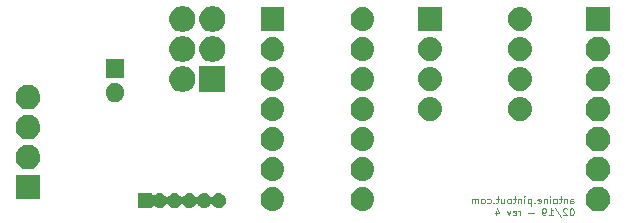
<source format=gbs>
G04 #@! TF.GenerationSoftware,KiCad,Pcbnew,5.0.2-bee76a0~70~ubuntu18.04.1*
G04 #@! TF.CreationDate,2019-03-01T14:38:36+01:00*
G04 #@! TF.ProjectId,skewboards,736b6577-626f-4617-9264-732e6b696361,rev?*
G04 #@! TF.SameCoordinates,Original*
G04 #@! TF.FileFunction,Soldermask,Bot*
G04 #@! TF.FilePolarity,Negative*
%FSLAX46Y46*%
G04 Gerber Fmt 4.6, Leading zero omitted, Abs format (unit mm)*
G04 Created by KiCad (PCBNEW 5.0.2-bee76a0~70~ubuntu18.04.1) date ven. 01 mars 2019 14:38:36 CET*
%MOMM*%
%LPD*%
G01*
G04 APERTURE LIST*
%ADD10C,0.120000*%
%ADD11C,0.100000*%
G04 APERTURE END LIST*
D10*
X100487000Y-44211428D02*
X100487000Y-43897142D01*
X100515571Y-43840000D01*
X100572714Y-43811428D01*
X100687000Y-43811428D01*
X100744142Y-43840000D01*
X100487000Y-44182857D02*
X100544142Y-44211428D01*
X100687000Y-44211428D01*
X100744142Y-44182857D01*
X100772714Y-44125714D01*
X100772714Y-44068571D01*
X100744142Y-44011428D01*
X100687000Y-43982857D01*
X100544142Y-43982857D01*
X100487000Y-43954285D01*
X100201285Y-43811428D02*
X100201285Y-44211428D01*
X100201285Y-43868571D02*
X100172714Y-43840000D01*
X100115571Y-43811428D01*
X100029857Y-43811428D01*
X99972714Y-43840000D01*
X99944142Y-43897142D01*
X99944142Y-44211428D01*
X99744142Y-43811428D02*
X99515571Y-43811428D01*
X99658428Y-43611428D02*
X99658428Y-44125714D01*
X99629857Y-44182857D01*
X99572714Y-44211428D01*
X99515571Y-44211428D01*
X99229857Y-44211428D02*
X99287000Y-44182857D01*
X99315571Y-44154285D01*
X99344142Y-44097142D01*
X99344142Y-43925714D01*
X99315571Y-43868571D01*
X99287000Y-43840000D01*
X99229857Y-43811428D01*
X99144142Y-43811428D01*
X99087000Y-43840000D01*
X99058428Y-43868571D01*
X99029857Y-43925714D01*
X99029857Y-44097142D01*
X99058428Y-44154285D01*
X99087000Y-44182857D01*
X99144142Y-44211428D01*
X99229857Y-44211428D01*
X98772714Y-44211428D02*
X98772714Y-43811428D01*
X98772714Y-43611428D02*
X98801285Y-43640000D01*
X98772714Y-43668571D01*
X98744142Y-43640000D01*
X98772714Y-43611428D01*
X98772714Y-43668571D01*
X98487000Y-43811428D02*
X98487000Y-44211428D01*
X98487000Y-43868571D02*
X98458428Y-43840000D01*
X98401285Y-43811428D01*
X98315571Y-43811428D01*
X98258428Y-43840000D01*
X98229857Y-43897142D01*
X98229857Y-44211428D01*
X97715571Y-44182857D02*
X97772714Y-44211428D01*
X97887000Y-44211428D01*
X97944142Y-44182857D01*
X97972714Y-44125714D01*
X97972714Y-43897142D01*
X97944142Y-43840000D01*
X97887000Y-43811428D01*
X97772714Y-43811428D01*
X97715571Y-43840000D01*
X97687000Y-43897142D01*
X97687000Y-43954285D01*
X97972714Y-44011428D01*
X97429857Y-44154285D02*
X97401285Y-44182857D01*
X97429857Y-44211428D01*
X97458428Y-44182857D01*
X97429857Y-44154285D01*
X97429857Y-44211428D01*
X97144142Y-43811428D02*
X97144142Y-44411428D01*
X97144142Y-43840000D02*
X97087000Y-43811428D01*
X96972714Y-43811428D01*
X96915571Y-43840000D01*
X96887000Y-43868571D01*
X96858428Y-43925714D01*
X96858428Y-44097142D01*
X96887000Y-44154285D01*
X96915571Y-44182857D01*
X96972714Y-44211428D01*
X97087000Y-44211428D01*
X97144142Y-44182857D01*
X96601285Y-44211428D02*
X96601285Y-43811428D01*
X96601285Y-43611428D02*
X96629857Y-43640000D01*
X96601285Y-43668571D01*
X96572714Y-43640000D01*
X96601285Y-43611428D01*
X96601285Y-43668571D01*
X96315571Y-43811428D02*
X96315571Y-44211428D01*
X96315571Y-43868571D02*
X96287000Y-43840000D01*
X96229857Y-43811428D01*
X96144142Y-43811428D01*
X96087000Y-43840000D01*
X96058428Y-43897142D01*
X96058428Y-44211428D01*
X95858428Y-43811428D02*
X95629857Y-43811428D01*
X95772714Y-43611428D02*
X95772714Y-44125714D01*
X95744142Y-44182857D01*
X95687000Y-44211428D01*
X95629857Y-44211428D01*
X95344142Y-44211428D02*
X95401285Y-44182857D01*
X95429857Y-44154285D01*
X95458428Y-44097142D01*
X95458428Y-43925714D01*
X95429857Y-43868571D01*
X95401285Y-43840000D01*
X95344142Y-43811428D01*
X95258428Y-43811428D01*
X95201285Y-43840000D01*
X95172714Y-43868571D01*
X95144142Y-43925714D01*
X95144142Y-44097142D01*
X95172714Y-44154285D01*
X95201285Y-44182857D01*
X95258428Y-44211428D01*
X95344142Y-44211428D01*
X94629857Y-43811428D02*
X94629857Y-44211428D01*
X94887000Y-43811428D02*
X94887000Y-44125714D01*
X94858428Y-44182857D01*
X94801285Y-44211428D01*
X94715571Y-44211428D01*
X94658428Y-44182857D01*
X94629857Y-44154285D01*
X94429857Y-43811428D02*
X94201285Y-43811428D01*
X94344142Y-43611428D02*
X94344142Y-44125714D01*
X94315571Y-44182857D01*
X94258428Y-44211428D01*
X94201285Y-44211428D01*
X94001285Y-44154285D02*
X93972714Y-44182857D01*
X94001285Y-44211428D01*
X94029857Y-44182857D01*
X94001285Y-44154285D01*
X94001285Y-44211428D01*
X93458428Y-44182857D02*
X93515571Y-44211428D01*
X93629857Y-44211428D01*
X93687000Y-44182857D01*
X93715571Y-44154285D01*
X93744142Y-44097142D01*
X93744142Y-43925714D01*
X93715571Y-43868571D01*
X93687000Y-43840000D01*
X93629857Y-43811428D01*
X93515571Y-43811428D01*
X93458428Y-43840000D01*
X93115571Y-44211428D02*
X93172714Y-44182857D01*
X93201285Y-44154285D01*
X93229857Y-44097142D01*
X93229857Y-43925714D01*
X93201285Y-43868571D01*
X93172714Y-43840000D01*
X93115571Y-43811428D01*
X93029857Y-43811428D01*
X92972714Y-43840000D01*
X92944142Y-43868571D01*
X92915571Y-43925714D01*
X92915571Y-44097142D01*
X92944142Y-44154285D01*
X92972714Y-44182857D01*
X93029857Y-44211428D01*
X93115571Y-44211428D01*
X92658428Y-44211428D02*
X92658428Y-43811428D01*
X92658428Y-43868571D02*
X92629857Y-43840000D01*
X92572714Y-43811428D01*
X92487000Y-43811428D01*
X92429857Y-43840000D01*
X92401285Y-43897142D01*
X92401285Y-44211428D01*
X92401285Y-43897142D02*
X92372714Y-43840000D01*
X92315571Y-43811428D01*
X92229857Y-43811428D01*
X92172714Y-43840000D01*
X92144142Y-43897142D01*
X92144142Y-44211428D01*
X100629857Y-44631428D02*
X100572714Y-44631428D01*
X100515571Y-44660000D01*
X100487000Y-44688571D01*
X100458428Y-44745714D01*
X100429857Y-44860000D01*
X100429857Y-45002857D01*
X100458428Y-45117142D01*
X100487000Y-45174285D01*
X100515571Y-45202857D01*
X100572714Y-45231428D01*
X100629857Y-45231428D01*
X100687000Y-45202857D01*
X100715571Y-45174285D01*
X100744142Y-45117142D01*
X100772714Y-45002857D01*
X100772714Y-44860000D01*
X100744142Y-44745714D01*
X100715571Y-44688571D01*
X100687000Y-44660000D01*
X100629857Y-44631428D01*
X100201285Y-44688571D02*
X100172714Y-44660000D01*
X100115571Y-44631428D01*
X99972714Y-44631428D01*
X99915571Y-44660000D01*
X99887000Y-44688571D01*
X99858428Y-44745714D01*
X99858428Y-44802857D01*
X99887000Y-44888571D01*
X100229857Y-45231428D01*
X99858428Y-45231428D01*
X99172714Y-44602857D02*
X99687000Y-45374285D01*
X98658428Y-45231428D02*
X99001285Y-45231428D01*
X98829857Y-45231428D02*
X98829857Y-44631428D01*
X98887000Y-44717142D01*
X98944142Y-44774285D01*
X99001285Y-44802857D01*
X98372714Y-45231428D02*
X98258428Y-45231428D01*
X98201285Y-45202857D01*
X98172714Y-45174285D01*
X98115571Y-45088571D01*
X98087000Y-44974285D01*
X98087000Y-44745714D01*
X98115571Y-44688571D01*
X98144142Y-44660000D01*
X98201285Y-44631428D01*
X98315571Y-44631428D01*
X98372714Y-44660000D01*
X98401285Y-44688571D01*
X98429857Y-44745714D01*
X98429857Y-44888571D01*
X98401285Y-44945714D01*
X98372714Y-44974285D01*
X98315571Y-45002857D01*
X98201285Y-45002857D01*
X98144142Y-44974285D01*
X98115571Y-44945714D01*
X98087000Y-44888571D01*
X97429857Y-45031428D02*
X96915571Y-45031428D01*
X96229857Y-45231428D02*
X96229857Y-44831428D01*
X96229857Y-44945714D02*
X96201285Y-44888571D01*
X96172714Y-44860000D01*
X96115571Y-44831428D01*
X96058428Y-44831428D01*
X95629857Y-45202857D02*
X95687000Y-45231428D01*
X95801285Y-45231428D01*
X95858428Y-45202857D01*
X95887000Y-45145714D01*
X95887000Y-44917142D01*
X95858428Y-44860000D01*
X95801285Y-44831428D01*
X95687000Y-44831428D01*
X95629857Y-44860000D01*
X95601285Y-44917142D01*
X95601285Y-44974285D01*
X95887000Y-45031428D01*
X95401285Y-44831428D02*
X95258428Y-45231428D01*
X95115571Y-44831428D01*
X94172714Y-44831428D02*
X94172714Y-45231428D01*
X94315571Y-44602857D02*
X94458428Y-45031428D01*
X94087000Y-45031428D01*
D11*
G36*
X102952707Y-42809597D02*
X103029836Y-42817193D01*
X103161787Y-42857220D01*
X103227763Y-42877233D01*
X103410172Y-42974733D01*
X103570054Y-43105946D01*
X103701267Y-43265828D01*
X103798767Y-43448237D01*
X103812507Y-43493533D01*
X103858807Y-43646164D01*
X103879080Y-43852000D01*
X103858807Y-44057836D01*
X103827421Y-44161303D01*
X103798767Y-44255763D01*
X103701267Y-44438172D01*
X103570054Y-44598054D01*
X103410172Y-44729267D01*
X103227763Y-44826767D01*
X103192281Y-44837530D01*
X103029836Y-44886807D01*
X102952707Y-44894403D01*
X102875580Y-44902000D01*
X102772420Y-44902000D01*
X102695293Y-44894403D01*
X102618164Y-44886807D01*
X102455719Y-44837530D01*
X102420237Y-44826767D01*
X102237828Y-44729267D01*
X102077946Y-44598054D01*
X101946733Y-44438172D01*
X101849233Y-44255763D01*
X101820579Y-44161303D01*
X101789193Y-44057836D01*
X101768920Y-43852000D01*
X101789193Y-43646164D01*
X101835493Y-43493533D01*
X101849233Y-43448237D01*
X101946733Y-43265828D01*
X102077946Y-43105946D01*
X102237828Y-42974733D01*
X102420237Y-42877233D01*
X102486213Y-42857220D01*
X102618164Y-42817193D01*
X102695293Y-42809597D01*
X102772420Y-42802000D01*
X102875580Y-42802000D01*
X102952707Y-42809597D01*
X102952707Y-42809597D01*
G37*
G36*
X83081030Y-42866469D02*
X83081033Y-42866470D01*
X83081034Y-42866470D01*
X83269535Y-42923651D01*
X83269537Y-42923652D01*
X83443260Y-43016509D01*
X83595528Y-43141472D01*
X83720491Y-43293740D01*
X83813348Y-43467463D01*
X83813349Y-43467465D01*
X83869571Y-43652804D01*
X83870531Y-43655970D01*
X83889838Y-43852000D01*
X83870531Y-44048030D01*
X83870530Y-44048033D01*
X83870530Y-44048034D01*
X83867557Y-44057836D01*
X83813348Y-44236537D01*
X83720491Y-44410260D01*
X83595528Y-44562528D01*
X83443260Y-44687491D01*
X83443258Y-44687492D01*
X83269535Y-44780349D01*
X83081034Y-44837530D01*
X83081033Y-44837530D01*
X83081030Y-44837531D01*
X82934124Y-44852000D01*
X82835876Y-44852000D01*
X82688970Y-44837531D01*
X82688967Y-44837530D01*
X82688966Y-44837530D01*
X82500465Y-44780349D01*
X82326742Y-44687492D01*
X82326740Y-44687491D01*
X82174472Y-44562528D01*
X82049509Y-44410260D01*
X81956652Y-44236537D01*
X81902444Y-44057836D01*
X81899470Y-44048034D01*
X81899470Y-44048033D01*
X81899469Y-44048030D01*
X81880162Y-43852000D01*
X81899469Y-43655970D01*
X81900429Y-43652804D01*
X81956651Y-43467465D01*
X81956652Y-43467463D01*
X82049509Y-43293740D01*
X82174472Y-43141472D01*
X82326740Y-43016509D01*
X82500463Y-42923652D01*
X82500465Y-42923651D01*
X82688966Y-42866470D01*
X82688967Y-42866470D01*
X82688970Y-42866469D01*
X82835876Y-42852000D01*
X82934124Y-42852000D01*
X83081030Y-42866469D01*
X83081030Y-42866469D01*
G37*
G36*
X75461030Y-42866469D02*
X75461033Y-42866470D01*
X75461034Y-42866470D01*
X75649535Y-42923651D01*
X75649537Y-42923652D01*
X75823260Y-43016509D01*
X75975528Y-43141472D01*
X76100491Y-43293740D01*
X76193348Y-43467463D01*
X76193349Y-43467465D01*
X76249571Y-43652804D01*
X76250531Y-43655970D01*
X76269838Y-43852000D01*
X76250531Y-44048030D01*
X76250530Y-44048033D01*
X76250530Y-44048034D01*
X76247557Y-44057836D01*
X76193348Y-44236537D01*
X76100491Y-44410260D01*
X75975528Y-44562528D01*
X75823260Y-44687491D01*
X75823258Y-44687492D01*
X75649535Y-44780349D01*
X75461034Y-44837530D01*
X75461033Y-44837530D01*
X75461030Y-44837531D01*
X75314124Y-44852000D01*
X75215876Y-44852000D01*
X75068970Y-44837531D01*
X75068967Y-44837530D01*
X75068966Y-44837530D01*
X74880465Y-44780349D01*
X74706742Y-44687492D01*
X74706740Y-44687491D01*
X74554472Y-44562528D01*
X74429509Y-44410260D01*
X74336652Y-44236537D01*
X74282444Y-44057836D01*
X74279470Y-44048034D01*
X74279470Y-44048033D01*
X74279469Y-44048030D01*
X74260162Y-43852000D01*
X74279469Y-43655970D01*
X74280429Y-43652804D01*
X74336651Y-43467465D01*
X74336652Y-43467463D01*
X74429509Y-43293740D01*
X74554472Y-43141472D01*
X74706740Y-43016509D01*
X74880463Y-42923652D01*
X74880465Y-42923651D01*
X75068966Y-42866470D01*
X75068967Y-42866470D01*
X75068970Y-42866469D01*
X75215876Y-42852000D01*
X75314124Y-42852000D01*
X75461030Y-42866469D01*
X75461030Y-42866469D01*
G37*
G36*
X65095000Y-43418340D02*
X65097402Y-43442726D01*
X65104515Y-43466175D01*
X65116066Y-43487786D01*
X65131612Y-43506728D01*
X65150554Y-43522274D01*
X65172165Y-43533825D01*
X65195614Y-43540938D01*
X65220000Y-43543340D01*
X65244386Y-43540938D01*
X65267835Y-43533825D01*
X65289446Y-43522274D01*
X65308388Y-43506728D01*
X65321583Y-43493533D01*
X65330184Y-43487786D01*
X65423952Y-43425132D01*
X65537694Y-43378019D01*
X65537695Y-43378019D01*
X65537697Y-43378018D01*
X65658441Y-43354000D01*
X65781559Y-43354000D01*
X65902303Y-43378018D01*
X65902305Y-43378019D01*
X65902306Y-43378019D01*
X66016048Y-43425132D01*
X66109816Y-43487786D01*
X66118417Y-43493533D01*
X66205467Y-43580583D01*
X66241066Y-43633861D01*
X66256611Y-43652803D01*
X66275553Y-43668348D01*
X66297164Y-43679900D01*
X66320613Y-43687013D01*
X66345000Y-43689415D01*
X66369386Y-43687013D01*
X66392835Y-43679900D01*
X66414446Y-43668349D01*
X66433388Y-43652804D01*
X66448934Y-43633861D01*
X66484533Y-43580583D01*
X66571583Y-43493533D01*
X66580184Y-43487786D01*
X66673952Y-43425132D01*
X66787694Y-43378019D01*
X66787695Y-43378019D01*
X66787697Y-43378018D01*
X66908441Y-43354000D01*
X67031559Y-43354000D01*
X67152303Y-43378018D01*
X67152305Y-43378019D01*
X67152306Y-43378019D01*
X67266048Y-43425132D01*
X67359816Y-43487786D01*
X67368417Y-43493533D01*
X67455467Y-43580583D01*
X67491066Y-43633861D01*
X67506611Y-43652803D01*
X67525553Y-43668348D01*
X67547164Y-43679900D01*
X67570613Y-43687013D01*
X67595000Y-43689415D01*
X67619386Y-43687013D01*
X67642835Y-43679900D01*
X67664446Y-43668349D01*
X67683388Y-43652804D01*
X67698934Y-43633861D01*
X67734533Y-43580583D01*
X67821583Y-43493533D01*
X67830184Y-43487786D01*
X67923952Y-43425132D01*
X68037694Y-43378019D01*
X68037695Y-43378019D01*
X68037697Y-43378018D01*
X68158441Y-43354000D01*
X68281559Y-43354000D01*
X68402303Y-43378018D01*
X68402305Y-43378019D01*
X68402306Y-43378019D01*
X68516048Y-43425132D01*
X68609816Y-43487786D01*
X68618417Y-43493533D01*
X68705467Y-43580583D01*
X68741066Y-43633861D01*
X68756611Y-43652803D01*
X68775553Y-43668348D01*
X68797164Y-43679900D01*
X68820613Y-43687013D01*
X68845000Y-43689415D01*
X68869386Y-43687013D01*
X68892835Y-43679900D01*
X68914446Y-43668349D01*
X68933388Y-43652804D01*
X68948934Y-43633861D01*
X68984533Y-43580583D01*
X69071583Y-43493533D01*
X69080184Y-43487786D01*
X69173952Y-43425132D01*
X69287694Y-43378019D01*
X69287695Y-43378019D01*
X69287697Y-43378018D01*
X69408441Y-43354000D01*
X69531559Y-43354000D01*
X69652303Y-43378018D01*
X69652305Y-43378019D01*
X69652306Y-43378019D01*
X69766048Y-43425132D01*
X69859816Y-43487786D01*
X69868417Y-43493533D01*
X69955467Y-43580583D01*
X69991066Y-43633861D01*
X70006611Y-43652803D01*
X70025553Y-43668348D01*
X70047164Y-43679900D01*
X70070613Y-43687013D01*
X70095000Y-43689415D01*
X70119386Y-43687013D01*
X70142835Y-43679900D01*
X70164446Y-43668349D01*
X70183388Y-43652804D01*
X70198934Y-43633861D01*
X70234533Y-43580583D01*
X70321583Y-43493533D01*
X70330184Y-43487786D01*
X70423952Y-43425132D01*
X70537694Y-43378019D01*
X70537695Y-43378019D01*
X70537697Y-43378018D01*
X70658441Y-43354000D01*
X70781559Y-43354000D01*
X70902303Y-43378018D01*
X70902305Y-43378019D01*
X70902306Y-43378019D01*
X71016048Y-43425132D01*
X71109816Y-43487786D01*
X71118417Y-43493533D01*
X71205467Y-43580583D01*
X71205469Y-43580586D01*
X71273868Y-43682952D01*
X71320981Y-43796694D01*
X71320982Y-43796697D01*
X71345000Y-43917441D01*
X71345000Y-44040559D01*
X71341564Y-44057834D01*
X71320981Y-44161306D01*
X71273868Y-44275048D01*
X71253723Y-44305197D01*
X71205467Y-44377417D01*
X71118417Y-44464467D01*
X71118414Y-44464469D01*
X71016048Y-44532868D01*
X70902306Y-44579981D01*
X70902305Y-44579981D01*
X70902303Y-44579982D01*
X70781559Y-44604000D01*
X70658441Y-44604000D01*
X70537697Y-44579982D01*
X70537695Y-44579981D01*
X70537694Y-44579981D01*
X70423952Y-44532868D01*
X70321586Y-44464469D01*
X70321583Y-44464467D01*
X70234533Y-44377417D01*
X70198934Y-44324139D01*
X70183389Y-44305197D01*
X70164447Y-44289652D01*
X70142836Y-44278100D01*
X70119387Y-44270987D01*
X70095000Y-44268585D01*
X70070614Y-44270987D01*
X70047165Y-44278100D01*
X70025554Y-44289651D01*
X70006612Y-44305196D01*
X69991066Y-44324139D01*
X69955467Y-44377417D01*
X69868417Y-44464467D01*
X69868414Y-44464469D01*
X69766048Y-44532868D01*
X69652306Y-44579981D01*
X69652305Y-44579981D01*
X69652303Y-44579982D01*
X69531559Y-44604000D01*
X69408441Y-44604000D01*
X69287697Y-44579982D01*
X69287695Y-44579981D01*
X69287694Y-44579981D01*
X69173952Y-44532868D01*
X69071586Y-44464469D01*
X69071583Y-44464467D01*
X68984533Y-44377417D01*
X68948934Y-44324139D01*
X68933389Y-44305197D01*
X68914447Y-44289652D01*
X68892836Y-44278100D01*
X68869387Y-44270987D01*
X68845000Y-44268585D01*
X68820614Y-44270987D01*
X68797165Y-44278100D01*
X68775554Y-44289651D01*
X68756612Y-44305196D01*
X68741066Y-44324139D01*
X68705467Y-44377417D01*
X68618417Y-44464467D01*
X68618414Y-44464469D01*
X68516048Y-44532868D01*
X68402306Y-44579981D01*
X68402305Y-44579981D01*
X68402303Y-44579982D01*
X68281559Y-44604000D01*
X68158441Y-44604000D01*
X68037697Y-44579982D01*
X68037695Y-44579981D01*
X68037694Y-44579981D01*
X67923952Y-44532868D01*
X67821586Y-44464469D01*
X67821583Y-44464467D01*
X67734533Y-44377417D01*
X67698934Y-44324139D01*
X67683389Y-44305197D01*
X67664447Y-44289652D01*
X67642836Y-44278100D01*
X67619387Y-44270987D01*
X67595000Y-44268585D01*
X67570614Y-44270987D01*
X67547165Y-44278100D01*
X67525554Y-44289651D01*
X67506612Y-44305196D01*
X67491066Y-44324139D01*
X67455467Y-44377417D01*
X67368417Y-44464467D01*
X67368414Y-44464469D01*
X67266048Y-44532868D01*
X67152306Y-44579981D01*
X67152305Y-44579981D01*
X67152303Y-44579982D01*
X67031559Y-44604000D01*
X66908441Y-44604000D01*
X66787697Y-44579982D01*
X66787695Y-44579981D01*
X66787694Y-44579981D01*
X66673952Y-44532868D01*
X66571586Y-44464469D01*
X66571583Y-44464467D01*
X66484533Y-44377417D01*
X66448934Y-44324139D01*
X66433389Y-44305197D01*
X66414447Y-44289652D01*
X66392836Y-44278100D01*
X66369387Y-44270987D01*
X66345000Y-44268585D01*
X66320614Y-44270987D01*
X66297165Y-44278100D01*
X66275554Y-44289651D01*
X66256612Y-44305196D01*
X66241066Y-44324139D01*
X66205467Y-44377417D01*
X66118417Y-44464467D01*
X66118414Y-44464469D01*
X66016048Y-44532868D01*
X65902306Y-44579981D01*
X65902305Y-44579981D01*
X65902303Y-44579982D01*
X65781559Y-44604000D01*
X65658441Y-44604000D01*
X65537697Y-44579982D01*
X65537695Y-44579981D01*
X65537694Y-44579981D01*
X65423952Y-44532868D01*
X65321586Y-44464469D01*
X65321583Y-44464467D01*
X65308388Y-44451272D01*
X65289446Y-44435726D01*
X65267835Y-44424175D01*
X65244386Y-44417062D01*
X65220000Y-44414660D01*
X65195614Y-44417062D01*
X65172165Y-44424175D01*
X65150554Y-44435726D01*
X65131612Y-44451272D01*
X65116066Y-44470214D01*
X65104515Y-44491825D01*
X65097402Y-44515274D01*
X65095000Y-44539660D01*
X65095000Y-44604000D01*
X63845000Y-44604000D01*
X63845000Y-43354000D01*
X65095000Y-43354000D01*
X65095000Y-43418340D01*
X65095000Y-43418340D01*
G37*
G36*
X55614000Y-43886000D02*
X53514000Y-43886000D01*
X53514000Y-41786000D01*
X55614000Y-41786000D01*
X55614000Y-43886000D01*
X55614000Y-43886000D01*
G37*
G36*
X102952707Y-40269597D02*
X103029836Y-40277193D01*
X103161787Y-40317220D01*
X103227763Y-40337233D01*
X103410172Y-40434733D01*
X103570054Y-40565946D01*
X103701267Y-40725828D01*
X103798767Y-40908237D01*
X103818780Y-40974213D01*
X103858807Y-41106164D01*
X103879080Y-41312000D01*
X103858807Y-41517836D01*
X103818780Y-41649787D01*
X103798767Y-41715763D01*
X103701267Y-41898172D01*
X103570054Y-42058054D01*
X103410172Y-42189267D01*
X103227763Y-42286767D01*
X103192281Y-42297530D01*
X103029836Y-42346807D01*
X102952707Y-42354403D01*
X102875580Y-42362000D01*
X102772420Y-42362000D01*
X102695293Y-42354403D01*
X102618164Y-42346807D01*
X102455719Y-42297530D01*
X102420237Y-42286767D01*
X102237828Y-42189267D01*
X102077946Y-42058054D01*
X101946733Y-41898172D01*
X101849233Y-41715763D01*
X101829220Y-41649787D01*
X101789193Y-41517836D01*
X101768920Y-41312000D01*
X101789193Y-41106164D01*
X101829220Y-40974213D01*
X101849233Y-40908237D01*
X101946733Y-40725828D01*
X102077946Y-40565946D01*
X102237828Y-40434733D01*
X102420237Y-40337233D01*
X102486213Y-40317220D01*
X102618164Y-40277193D01*
X102695293Y-40269597D01*
X102772420Y-40262000D01*
X102875580Y-40262000D01*
X102952707Y-40269597D01*
X102952707Y-40269597D01*
G37*
G36*
X83081030Y-40326469D02*
X83081033Y-40326470D01*
X83081034Y-40326470D01*
X83269535Y-40383651D01*
X83269537Y-40383652D01*
X83443260Y-40476509D01*
X83595528Y-40601472D01*
X83720491Y-40753740D01*
X83720492Y-40753742D01*
X83813349Y-40927465D01*
X83867557Y-41106166D01*
X83870531Y-41115970D01*
X83889838Y-41312000D01*
X83870531Y-41508030D01*
X83870530Y-41508033D01*
X83870530Y-41508034D01*
X83867557Y-41517836D01*
X83813348Y-41696537D01*
X83720491Y-41870260D01*
X83595528Y-42022528D01*
X83443260Y-42147491D01*
X83443258Y-42147492D01*
X83269535Y-42240349D01*
X83081034Y-42297530D01*
X83081033Y-42297530D01*
X83081030Y-42297531D01*
X82934124Y-42312000D01*
X82835876Y-42312000D01*
X82688970Y-42297531D01*
X82688967Y-42297530D01*
X82688966Y-42297530D01*
X82500465Y-42240349D01*
X82326742Y-42147492D01*
X82326740Y-42147491D01*
X82174472Y-42022528D01*
X82049509Y-41870260D01*
X81956652Y-41696537D01*
X81902444Y-41517836D01*
X81899470Y-41508034D01*
X81899470Y-41508033D01*
X81899469Y-41508030D01*
X81880162Y-41312000D01*
X81899469Y-41115970D01*
X81902443Y-41106166D01*
X81956651Y-40927465D01*
X82049508Y-40753742D01*
X82049509Y-40753740D01*
X82174472Y-40601472D01*
X82326740Y-40476509D01*
X82500463Y-40383652D01*
X82500465Y-40383651D01*
X82688966Y-40326470D01*
X82688967Y-40326470D01*
X82688970Y-40326469D01*
X82835876Y-40312000D01*
X82934124Y-40312000D01*
X83081030Y-40326469D01*
X83081030Y-40326469D01*
G37*
G36*
X75461030Y-40326469D02*
X75461033Y-40326470D01*
X75461034Y-40326470D01*
X75649535Y-40383651D01*
X75649537Y-40383652D01*
X75823260Y-40476509D01*
X75975528Y-40601472D01*
X76100491Y-40753740D01*
X76100492Y-40753742D01*
X76193349Y-40927465D01*
X76247557Y-41106166D01*
X76250531Y-41115970D01*
X76269838Y-41312000D01*
X76250531Y-41508030D01*
X76250530Y-41508033D01*
X76250530Y-41508034D01*
X76247557Y-41517836D01*
X76193348Y-41696537D01*
X76100491Y-41870260D01*
X75975528Y-42022528D01*
X75823260Y-42147491D01*
X75823258Y-42147492D01*
X75649535Y-42240349D01*
X75461034Y-42297530D01*
X75461033Y-42297530D01*
X75461030Y-42297531D01*
X75314124Y-42312000D01*
X75215876Y-42312000D01*
X75068970Y-42297531D01*
X75068967Y-42297530D01*
X75068966Y-42297530D01*
X74880465Y-42240349D01*
X74706742Y-42147492D01*
X74706740Y-42147491D01*
X74554472Y-42022528D01*
X74429509Y-41870260D01*
X74336652Y-41696537D01*
X74282444Y-41517836D01*
X74279470Y-41508034D01*
X74279470Y-41508033D01*
X74279469Y-41508030D01*
X74260162Y-41312000D01*
X74279469Y-41115970D01*
X74282443Y-41106166D01*
X74336651Y-40927465D01*
X74429508Y-40753742D01*
X74429509Y-40753740D01*
X74554472Y-40601472D01*
X74706740Y-40476509D01*
X74880463Y-40383652D01*
X74880465Y-40383651D01*
X75068966Y-40326470D01*
X75068967Y-40326470D01*
X75068970Y-40326469D01*
X75215876Y-40312000D01*
X75314124Y-40312000D01*
X75461030Y-40326469D01*
X75461030Y-40326469D01*
G37*
G36*
X54692707Y-39253596D02*
X54769836Y-39261193D01*
X54901787Y-39301220D01*
X54967763Y-39321233D01*
X55150172Y-39418733D01*
X55310054Y-39549946D01*
X55441267Y-39709828D01*
X55538767Y-39892237D01*
X55538767Y-39892238D01*
X55598807Y-40090164D01*
X55619080Y-40296000D01*
X55598807Y-40501836D01*
X55568583Y-40601472D01*
X55538767Y-40699763D01*
X55441267Y-40882172D01*
X55310054Y-41042054D01*
X55150172Y-41173267D01*
X54967763Y-41270767D01*
X54901787Y-41290780D01*
X54769836Y-41330807D01*
X54692707Y-41338404D01*
X54615580Y-41346000D01*
X54512420Y-41346000D01*
X54435293Y-41338404D01*
X54358164Y-41330807D01*
X54226213Y-41290780D01*
X54160237Y-41270767D01*
X53977828Y-41173267D01*
X53817946Y-41042054D01*
X53686733Y-40882172D01*
X53589233Y-40699763D01*
X53559417Y-40601472D01*
X53529193Y-40501836D01*
X53508920Y-40296000D01*
X53529193Y-40090164D01*
X53589233Y-39892238D01*
X53589233Y-39892237D01*
X53686733Y-39709828D01*
X53817946Y-39549946D01*
X53977828Y-39418733D01*
X54160237Y-39321233D01*
X54226213Y-39301220D01*
X54358164Y-39261193D01*
X54435293Y-39253596D01*
X54512420Y-39246000D01*
X54615580Y-39246000D01*
X54692707Y-39253596D01*
X54692707Y-39253596D01*
G37*
G36*
X102952707Y-37729596D02*
X103029836Y-37737193D01*
X103161787Y-37777220D01*
X103227763Y-37797233D01*
X103410172Y-37894733D01*
X103570054Y-38025946D01*
X103701267Y-38185828D01*
X103798767Y-38368237D01*
X103818780Y-38434213D01*
X103858807Y-38566164D01*
X103879080Y-38772000D01*
X103858807Y-38977836D01*
X103818780Y-39109787D01*
X103798767Y-39175763D01*
X103701267Y-39358172D01*
X103570054Y-39518054D01*
X103410172Y-39649267D01*
X103227763Y-39746767D01*
X103192281Y-39757530D01*
X103029836Y-39806807D01*
X102952707Y-39814403D01*
X102875580Y-39822000D01*
X102772420Y-39822000D01*
X102695293Y-39814403D01*
X102618164Y-39806807D01*
X102455719Y-39757530D01*
X102420237Y-39746767D01*
X102237828Y-39649267D01*
X102077946Y-39518054D01*
X101946733Y-39358172D01*
X101849233Y-39175763D01*
X101829220Y-39109787D01*
X101789193Y-38977836D01*
X101768920Y-38772000D01*
X101789193Y-38566164D01*
X101829220Y-38434213D01*
X101849233Y-38368237D01*
X101946733Y-38185828D01*
X102077946Y-38025946D01*
X102237828Y-37894733D01*
X102420237Y-37797233D01*
X102486213Y-37777220D01*
X102618164Y-37737193D01*
X102695293Y-37729596D01*
X102772420Y-37722000D01*
X102875580Y-37722000D01*
X102952707Y-37729596D01*
X102952707Y-37729596D01*
G37*
G36*
X83081030Y-37786469D02*
X83081033Y-37786470D01*
X83081034Y-37786470D01*
X83269535Y-37843651D01*
X83269537Y-37843652D01*
X83443260Y-37936509D01*
X83595528Y-38061472D01*
X83720491Y-38213740D01*
X83720492Y-38213742D01*
X83813349Y-38387465D01*
X83867557Y-38566166D01*
X83870531Y-38575970D01*
X83889838Y-38772000D01*
X83870531Y-38968030D01*
X83870530Y-38968033D01*
X83870530Y-38968034D01*
X83867557Y-38977836D01*
X83813348Y-39156537D01*
X83720491Y-39330260D01*
X83595528Y-39482528D01*
X83443260Y-39607491D01*
X83443258Y-39607492D01*
X83269535Y-39700349D01*
X83081034Y-39757530D01*
X83081033Y-39757530D01*
X83081030Y-39757531D01*
X82934124Y-39772000D01*
X82835876Y-39772000D01*
X82688970Y-39757531D01*
X82688967Y-39757530D01*
X82688966Y-39757530D01*
X82500465Y-39700349D01*
X82326742Y-39607492D01*
X82326740Y-39607491D01*
X82174472Y-39482528D01*
X82049509Y-39330260D01*
X81956652Y-39156537D01*
X81902444Y-38977836D01*
X81899470Y-38968034D01*
X81899470Y-38968033D01*
X81899469Y-38968030D01*
X81880162Y-38772000D01*
X81899469Y-38575970D01*
X81902443Y-38566166D01*
X81956651Y-38387465D01*
X82049508Y-38213742D01*
X82049509Y-38213740D01*
X82174472Y-38061472D01*
X82326740Y-37936509D01*
X82500463Y-37843652D01*
X82500465Y-37843651D01*
X82688966Y-37786470D01*
X82688967Y-37786470D01*
X82688970Y-37786469D01*
X82835876Y-37772000D01*
X82934124Y-37772000D01*
X83081030Y-37786469D01*
X83081030Y-37786469D01*
G37*
G36*
X75461030Y-37786469D02*
X75461033Y-37786470D01*
X75461034Y-37786470D01*
X75649535Y-37843651D01*
X75649537Y-37843652D01*
X75823260Y-37936509D01*
X75975528Y-38061472D01*
X76100491Y-38213740D01*
X76100492Y-38213742D01*
X76193349Y-38387465D01*
X76247557Y-38566166D01*
X76250531Y-38575970D01*
X76269838Y-38772000D01*
X76250531Y-38968030D01*
X76250530Y-38968033D01*
X76250530Y-38968034D01*
X76247557Y-38977836D01*
X76193348Y-39156537D01*
X76100491Y-39330260D01*
X75975528Y-39482528D01*
X75823260Y-39607491D01*
X75823258Y-39607492D01*
X75649535Y-39700349D01*
X75461034Y-39757530D01*
X75461033Y-39757530D01*
X75461030Y-39757531D01*
X75314124Y-39772000D01*
X75215876Y-39772000D01*
X75068970Y-39757531D01*
X75068967Y-39757530D01*
X75068966Y-39757530D01*
X74880465Y-39700349D01*
X74706742Y-39607492D01*
X74706740Y-39607491D01*
X74554472Y-39482528D01*
X74429509Y-39330260D01*
X74336652Y-39156537D01*
X74282444Y-38977836D01*
X74279470Y-38968034D01*
X74279470Y-38968033D01*
X74279469Y-38968030D01*
X74260162Y-38772000D01*
X74279469Y-38575970D01*
X74282443Y-38566166D01*
X74336651Y-38387465D01*
X74429508Y-38213742D01*
X74429509Y-38213740D01*
X74554472Y-38061472D01*
X74706740Y-37936509D01*
X74880463Y-37843652D01*
X74880465Y-37843651D01*
X75068966Y-37786470D01*
X75068967Y-37786470D01*
X75068970Y-37786469D01*
X75215876Y-37772000D01*
X75314124Y-37772000D01*
X75461030Y-37786469D01*
X75461030Y-37786469D01*
G37*
G36*
X54692707Y-36713596D02*
X54769836Y-36721193D01*
X54901787Y-36761220D01*
X54967763Y-36781233D01*
X55150172Y-36878733D01*
X55310054Y-37009946D01*
X55441267Y-37169828D01*
X55538767Y-37352237D01*
X55538767Y-37352238D01*
X55598807Y-37550164D01*
X55619080Y-37756000D01*
X55598807Y-37961836D01*
X55568583Y-38061472D01*
X55538767Y-38159763D01*
X55441267Y-38342172D01*
X55310054Y-38502054D01*
X55150172Y-38633267D01*
X54967763Y-38730767D01*
X54901787Y-38750780D01*
X54769836Y-38790807D01*
X54692707Y-38798404D01*
X54615580Y-38806000D01*
X54512420Y-38806000D01*
X54435293Y-38798404D01*
X54358164Y-38790807D01*
X54226213Y-38750780D01*
X54160237Y-38730767D01*
X53977828Y-38633267D01*
X53817946Y-38502054D01*
X53686733Y-38342172D01*
X53589233Y-38159763D01*
X53559417Y-38061472D01*
X53529193Y-37961836D01*
X53508920Y-37756000D01*
X53529193Y-37550164D01*
X53589233Y-37352238D01*
X53589233Y-37352237D01*
X53686733Y-37169828D01*
X53817946Y-37009946D01*
X53977828Y-36878733D01*
X54160237Y-36781233D01*
X54226213Y-36761220D01*
X54358164Y-36721193D01*
X54435293Y-36713596D01*
X54512420Y-36706000D01*
X54615580Y-36706000D01*
X54692707Y-36713596D01*
X54692707Y-36713596D01*
G37*
G36*
X102952707Y-35189596D02*
X103029836Y-35197193D01*
X103161787Y-35237220D01*
X103227763Y-35257233D01*
X103410172Y-35354733D01*
X103570054Y-35485946D01*
X103701267Y-35645828D01*
X103798767Y-35828237D01*
X103818780Y-35894213D01*
X103858807Y-36026164D01*
X103879080Y-36232000D01*
X103858807Y-36437836D01*
X103818780Y-36569787D01*
X103798767Y-36635763D01*
X103701267Y-36818172D01*
X103570054Y-36978054D01*
X103410172Y-37109267D01*
X103227763Y-37206767D01*
X103192281Y-37217530D01*
X103029836Y-37266807D01*
X102952707Y-37274404D01*
X102875580Y-37282000D01*
X102772420Y-37282000D01*
X102695293Y-37274404D01*
X102618164Y-37266807D01*
X102455719Y-37217530D01*
X102420237Y-37206767D01*
X102237828Y-37109267D01*
X102077946Y-36978054D01*
X101946733Y-36818172D01*
X101849233Y-36635763D01*
X101829220Y-36569787D01*
X101789193Y-36437836D01*
X101768920Y-36232000D01*
X101789193Y-36026164D01*
X101829220Y-35894213D01*
X101849233Y-35828237D01*
X101946733Y-35645828D01*
X102077946Y-35485946D01*
X102237828Y-35354733D01*
X102420237Y-35257233D01*
X102486213Y-35237220D01*
X102618164Y-35197193D01*
X102695293Y-35189596D01*
X102772420Y-35182000D01*
X102875580Y-35182000D01*
X102952707Y-35189596D01*
X102952707Y-35189596D01*
G37*
G36*
X83081030Y-35246469D02*
X83081033Y-35246470D01*
X83081034Y-35246470D01*
X83269535Y-35303651D01*
X83269537Y-35303652D01*
X83443260Y-35396509D01*
X83595528Y-35521472D01*
X83720491Y-35673740D01*
X83720492Y-35673742D01*
X83813349Y-35847465D01*
X83867557Y-36026166D01*
X83870531Y-36035970D01*
X83889838Y-36232000D01*
X83870531Y-36428030D01*
X83870530Y-36428033D01*
X83870530Y-36428034D01*
X83867557Y-36437836D01*
X83813348Y-36616537D01*
X83720491Y-36790260D01*
X83595528Y-36942528D01*
X83443260Y-37067491D01*
X83443258Y-37067492D01*
X83269535Y-37160349D01*
X83081034Y-37217530D01*
X83081033Y-37217530D01*
X83081030Y-37217531D01*
X82934124Y-37232000D01*
X82835876Y-37232000D01*
X82688970Y-37217531D01*
X82688967Y-37217530D01*
X82688966Y-37217530D01*
X82500465Y-37160349D01*
X82326742Y-37067492D01*
X82326740Y-37067491D01*
X82174472Y-36942528D01*
X82049509Y-36790260D01*
X81956652Y-36616537D01*
X81902444Y-36437836D01*
X81899470Y-36428034D01*
X81899470Y-36428033D01*
X81899469Y-36428030D01*
X81880162Y-36232000D01*
X81899469Y-36035970D01*
X81902443Y-36026166D01*
X81956651Y-35847465D01*
X82049508Y-35673742D01*
X82049509Y-35673740D01*
X82174472Y-35521472D01*
X82326740Y-35396509D01*
X82500463Y-35303652D01*
X82500465Y-35303651D01*
X82688966Y-35246470D01*
X82688967Y-35246470D01*
X82688970Y-35246469D01*
X82835876Y-35232000D01*
X82934124Y-35232000D01*
X83081030Y-35246469D01*
X83081030Y-35246469D01*
G37*
G36*
X75461030Y-35246469D02*
X75461033Y-35246470D01*
X75461034Y-35246470D01*
X75649535Y-35303651D01*
X75649537Y-35303652D01*
X75823260Y-35396509D01*
X75975528Y-35521472D01*
X76100491Y-35673740D01*
X76100492Y-35673742D01*
X76193349Y-35847465D01*
X76247557Y-36026166D01*
X76250531Y-36035970D01*
X76269838Y-36232000D01*
X76250531Y-36428030D01*
X76250530Y-36428033D01*
X76250530Y-36428034D01*
X76247557Y-36437836D01*
X76193348Y-36616537D01*
X76100491Y-36790260D01*
X75975528Y-36942528D01*
X75823260Y-37067491D01*
X75823258Y-37067492D01*
X75649535Y-37160349D01*
X75461034Y-37217530D01*
X75461033Y-37217530D01*
X75461030Y-37217531D01*
X75314124Y-37232000D01*
X75215876Y-37232000D01*
X75068970Y-37217531D01*
X75068967Y-37217530D01*
X75068966Y-37217530D01*
X74880465Y-37160349D01*
X74706742Y-37067492D01*
X74706740Y-37067491D01*
X74554472Y-36942528D01*
X74429509Y-36790260D01*
X74336652Y-36616537D01*
X74282444Y-36437836D01*
X74279470Y-36428034D01*
X74279470Y-36428033D01*
X74279469Y-36428030D01*
X74260162Y-36232000D01*
X74279469Y-36035970D01*
X74282443Y-36026166D01*
X74336651Y-35847465D01*
X74429508Y-35673742D01*
X74429509Y-35673740D01*
X74554472Y-35521472D01*
X74706740Y-35396509D01*
X74880463Y-35303652D01*
X74880465Y-35303651D01*
X75068966Y-35246470D01*
X75068967Y-35246470D01*
X75068970Y-35246469D01*
X75215876Y-35232000D01*
X75314124Y-35232000D01*
X75461030Y-35246469D01*
X75461030Y-35246469D01*
G37*
G36*
X96416030Y-35246469D02*
X96416033Y-35246470D01*
X96416034Y-35246470D01*
X96604535Y-35303651D01*
X96604537Y-35303652D01*
X96778260Y-35396509D01*
X96930528Y-35521472D01*
X97055491Y-35673740D01*
X97055492Y-35673742D01*
X97148349Y-35847465D01*
X97202557Y-36026166D01*
X97205531Y-36035970D01*
X97224838Y-36232000D01*
X97205531Y-36428030D01*
X97205530Y-36428033D01*
X97205530Y-36428034D01*
X97202557Y-36437836D01*
X97148348Y-36616537D01*
X97055491Y-36790260D01*
X96930528Y-36942528D01*
X96778260Y-37067491D01*
X96778258Y-37067492D01*
X96604535Y-37160349D01*
X96416034Y-37217530D01*
X96416033Y-37217530D01*
X96416030Y-37217531D01*
X96269124Y-37232000D01*
X96170876Y-37232000D01*
X96023970Y-37217531D01*
X96023967Y-37217530D01*
X96023966Y-37217530D01*
X95835465Y-37160349D01*
X95661742Y-37067492D01*
X95661740Y-37067491D01*
X95509472Y-36942528D01*
X95384509Y-36790260D01*
X95291652Y-36616537D01*
X95237444Y-36437836D01*
X95234470Y-36428034D01*
X95234470Y-36428033D01*
X95234469Y-36428030D01*
X95215162Y-36232000D01*
X95234469Y-36035970D01*
X95237443Y-36026166D01*
X95291651Y-35847465D01*
X95384508Y-35673742D01*
X95384509Y-35673740D01*
X95509472Y-35521472D01*
X95661740Y-35396509D01*
X95835463Y-35303652D01*
X95835465Y-35303651D01*
X96023966Y-35246470D01*
X96023967Y-35246470D01*
X96023970Y-35246469D01*
X96170876Y-35232000D01*
X96269124Y-35232000D01*
X96416030Y-35246469D01*
X96416030Y-35246469D01*
G37*
G36*
X88796030Y-35246469D02*
X88796033Y-35246470D01*
X88796034Y-35246470D01*
X88984535Y-35303651D01*
X88984537Y-35303652D01*
X89158260Y-35396509D01*
X89310528Y-35521472D01*
X89435491Y-35673740D01*
X89435492Y-35673742D01*
X89528349Y-35847465D01*
X89582557Y-36026166D01*
X89585531Y-36035970D01*
X89604838Y-36232000D01*
X89585531Y-36428030D01*
X89585530Y-36428033D01*
X89585530Y-36428034D01*
X89582557Y-36437836D01*
X89528348Y-36616537D01*
X89435491Y-36790260D01*
X89310528Y-36942528D01*
X89158260Y-37067491D01*
X89158258Y-37067492D01*
X88984535Y-37160349D01*
X88796034Y-37217530D01*
X88796033Y-37217530D01*
X88796030Y-37217531D01*
X88649124Y-37232000D01*
X88550876Y-37232000D01*
X88403970Y-37217531D01*
X88403967Y-37217530D01*
X88403966Y-37217530D01*
X88215465Y-37160349D01*
X88041742Y-37067492D01*
X88041740Y-37067491D01*
X87889472Y-36942528D01*
X87764509Y-36790260D01*
X87671652Y-36616537D01*
X87617444Y-36437836D01*
X87614470Y-36428034D01*
X87614470Y-36428033D01*
X87614469Y-36428030D01*
X87595162Y-36232000D01*
X87614469Y-36035970D01*
X87617443Y-36026166D01*
X87671651Y-35847465D01*
X87764508Y-35673742D01*
X87764509Y-35673740D01*
X87889472Y-35521472D01*
X88041740Y-35396509D01*
X88215463Y-35303652D01*
X88215465Y-35303651D01*
X88403966Y-35246470D01*
X88403967Y-35246470D01*
X88403970Y-35246469D01*
X88550876Y-35232000D01*
X88649124Y-35232000D01*
X88796030Y-35246469D01*
X88796030Y-35246469D01*
G37*
G36*
X54692707Y-34173596D02*
X54769836Y-34181193D01*
X54876671Y-34213601D01*
X54967763Y-34241233D01*
X55150172Y-34338733D01*
X55310054Y-34469946D01*
X55441267Y-34629828D01*
X55538767Y-34812237D01*
X55538767Y-34812238D01*
X55598807Y-35010164D01*
X55619080Y-35216000D01*
X55598807Y-35421836D01*
X55568583Y-35521472D01*
X55538767Y-35619763D01*
X55441267Y-35802172D01*
X55310054Y-35962054D01*
X55150172Y-36093267D01*
X54967763Y-36190767D01*
X54901787Y-36210780D01*
X54769836Y-36250807D01*
X54692707Y-36258404D01*
X54615580Y-36266000D01*
X54512420Y-36266000D01*
X54435293Y-36258404D01*
X54358164Y-36250807D01*
X54226213Y-36210780D01*
X54160237Y-36190767D01*
X53977828Y-36093267D01*
X53817946Y-35962054D01*
X53686733Y-35802172D01*
X53589233Y-35619763D01*
X53559417Y-35521472D01*
X53529193Y-35421836D01*
X53508920Y-35216000D01*
X53529193Y-35010164D01*
X53589233Y-34812238D01*
X53589233Y-34812237D01*
X53686733Y-34629828D01*
X53817946Y-34469946D01*
X53977828Y-34338733D01*
X54160237Y-34241233D01*
X54251329Y-34213601D01*
X54358164Y-34181193D01*
X54435293Y-34173596D01*
X54512420Y-34166000D01*
X54615580Y-34166000D01*
X54692707Y-34173596D01*
X54692707Y-34173596D01*
G37*
G36*
X62163352Y-34065743D02*
X62308941Y-34126048D01*
X62439973Y-34213601D01*
X62551399Y-34325027D01*
X62638952Y-34456059D01*
X62699257Y-34601648D01*
X62730000Y-34756205D01*
X62730000Y-34913795D01*
X62699257Y-35068352D01*
X62638952Y-35213941D01*
X62551399Y-35344973D01*
X62439973Y-35456399D01*
X62308941Y-35543952D01*
X62163352Y-35604257D01*
X62008795Y-35635000D01*
X61851205Y-35635000D01*
X61696648Y-35604257D01*
X61551059Y-35543952D01*
X61420027Y-35456399D01*
X61308601Y-35344973D01*
X61221048Y-35213941D01*
X61160743Y-35068352D01*
X61130000Y-34913795D01*
X61130000Y-34756205D01*
X61160743Y-34601648D01*
X61221048Y-34456059D01*
X61308601Y-34325027D01*
X61420027Y-34213601D01*
X61551059Y-34126048D01*
X61696648Y-34065743D01*
X61851205Y-34035000D01*
X62008795Y-34035000D01*
X62163352Y-34065743D01*
X62163352Y-34065743D01*
G37*
G36*
X71285000Y-34792000D02*
X69085000Y-34792000D01*
X69085000Y-32592000D01*
X71285000Y-32592000D01*
X71285000Y-34792000D01*
X71285000Y-34792000D01*
G37*
G36*
X67965857Y-32634272D02*
X68166042Y-32717191D01*
X68166045Y-32717193D01*
X68312024Y-32814733D01*
X68346213Y-32837578D01*
X68499422Y-32990787D01*
X68619809Y-33170958D01*
X68702728Y-33371143D01*
X68745000Y-33583658D01*
X68745000Y-33800342D01*
X68702728Y-34012857D01*
X68619809Y-34213042D01*
X68499422Y-34393213D01*
X68346213Y-34546422D01*
X68346210Y-34546424D01*
X68346209Y-34546425D01*
X68235574Y-34620349D01*
X68166042Y-34666809D01*
X67965857Y-34749728D01*
X67753342Y-34792000D01*
X67536658Y-34792000D01*
X67324143Y-34749728D01*
X67123958Y-34666809D01*
X67054426Y-34620349D01*
X66943791Y-34546425D01*
X66943790Y-34546424D01*
X66943787Y-34546422D01*
X66790578Y-34393213D01*
X66670191Y-34213042D01*
X66587272Y-34012857D01*
X66545000Y-33800342D01*
X66545000Y-33583658D01*
X66587272Y-33371143D01*
X66670191Y-33170958D01*
X66790578Y-32990787D01*
X66943787Y-32837578D01*
X66977977Y-32814733D01*
X67123955Y-32717193D01*
X67123958Y-32717191D01*
X67324143Y-32634272D01*
X67536658Y-32592000D01*
X67753342Y-32592000D01*
X67965857Y-32634272D01*
X67965857Y-32634272D01*
G37*
G36*
X102952707Y-32649596D02*
X103029836Y-32657193D01*
X103161787Y-32697220D01*
X103227763Y-32717233D01*
X103410172Y-32814733D01*
X103570054Y-32945946D01*
X103701267Y-33105828D01*
X103798767Y-33288237D01*
X103818780Y-33354213D01*
X103858807Y-33486164D01*
X103879080Y-33692000D01*
X103858807Y-33897836D01*
X103818780Y-34029787D01*
X103798767Y-34095763D01*
X103701267Y-34278172D01*
X103570054Y-34438054D01*
X103410172Y-34569267D01*
X103227763Y-34666767D01*
X103192281Y-34677530D01*
X103029836Y-34726807D01*
X102952707Y-34734404D01*
X102875580Y-34742000D01*
X102772420Y-34742000D01*
X102695293Y-34734404D01*
X102618164Y-34726807D01*
X102455719Y-34677530D01*
X102420237Y-34666767D01*
X102237828Y-34569267D01*
X102077946Y-34438054D01*
X101946733Y-34278172D01*
X101849233Y-34095763D01*
X101829220Y-34029787D01*
X101789193Y-33897836D01*
X101768920Y-33692000D01*
X101789193Y-33486164D01*
X101829220Y-33354213D01*
X101849233Y-33288237D01*
X101946733Y-33105828D01*
X102077946Y-32945946D01*
X102237828Y-32814733D01*
X102420237Y-32717233D01*
X102486213Y-32697220D01*
X102618164Y-32657193D01*
X102695293Y-32649596D01*
X102772420Y-32642000D01*
X102875580Y-32642000D01*
X102952707Y-32649596D01*
X102952707Y-32649596D01*
G37*
G36*
X83081030Y-32706469D02*
X83081033Y-32706470D01*
X83081034Y-32706470D01*
X83269535Y-32763651D01*
X83269537Y-32763652D01*
X83443260Y-32856509D01*
X83595528Y-32981472D01*
X83720491Y-33133740D01*
X83720492Y-33133742D01*
X83813349Y-33307465D01*
X83867557Y-33486166D01*
X83870531Y-33495970D01*
X83889838Y-33692000D01*
X83870531Y-33888030D01*
X83870530Y-33888033D01*
X83870530Y-33888034D01*
X83816623Y-34065743D01*
X83813348Y-34076537D01*
X83720491Y-34250260D01*
X83595528Y-34402528D01*
X83443260Y-34527491D01*
X83443258Y-34527492D01*
X83269535Y-34620349D01*
X83081034Y-34677530D01*
X83081033Y-34677530D01*
X83081030Y-34677531D01*
X82934124Y-34692000D01*
X82835876Y-34692000D01*
X82688970Y-34677531D01*
X82688967Y-34677530D01*
X82688966Y-34677530D01*
X82500465Y-34620349D01*
X82326742Y-34527492D01*
X82326740Y-34527491D01*
X82174472Y-34402528D01*
X82049509Y-34250260D01*
X81956652Y-34076537D01*
X81953378Y-34065743D01*
X81899470Y-33888034D01*
X81899470Y-33888033D01*
X81899469Y-33888030D01*
X81880162Y-33692000D01*
X81899469Y-33495970D01*
X81902443Y-33486166D01*
X81956651Y-33307465D01*
X82049508Y-33133742D01*
X82049509Y-33133740D01*
X82174472Y-32981472D01*
X82326740Y-32856509D01*
X82500463Y-32763652D01*
X82500465Y-32763651D01*
X82688966Y-32706470D01*
X82688967Y-32706470D01*
X82688970Y-32706469D01*
X82835876Y-32692000D01*
X82934124Y-32692000D01*
X83081030Y-32706469D01*
X83081030Y-32706469D01*
G37*
G36*
X75461030Y-32706469D02*
X75461033Y-32706470D01*
X75461034Y-32706470D01*
X75649535Y-32763651D01*
X75649537Y-32763652D01*
X75823260Y-32856509D01*
X75975528Y-32981472D01*
X76100491Y-33133740D01*
X76100492Y-33133742D01*
X76193349Y-33307465D01*
X76247557Y-33486166D01*
X76250531Y-33495970D01*
X76269838Y-33692000D01*
X76250531Y-33888030D01*
X76250530Y-33888033D01*
X76250530Y-33888034D01*
X76196623Y-34065743D01*
X76193348Y-34076537D01*
X76100491Y-34250260D01*
X75975528Y-34402528D01*
X75823260Y-34527491D01*
X75823258Y-34527492D01*
X75649535Y-34620349D01*
X75461034Y-34677530D01*
X75461033Y-34677530D01*
X75461030Y-34677531D01*
X75314124Y-34692000D01*
X75215876Y-34692000D01*
X75068970Y-34677531D01*
X75068967Y-34677530D01*
X75068966Y-34677530D01*
X74880465Y-34620349D01*
X74706742Y-34527492D01*
X74706740Y-34527491D01*
X74554472Y-34402528D01*
X74429509Y-34250260D01*
X74336652Y-34076537D01*
X74333378Y-34065743D01*
X74279470Y-33888034D01*
X74279470Y-33888033D01*
X74279469Y-33888030D01*
X74260162Y-33692000D01*
X74279469Y-33495970D01*
X74282443Y-33486166D01*
X74336651Y-33307465D01*
X74429508Y-33133742D01*
X74429509Y-33133740D01*
X74554472Y-32981472D01*
X74706740Y-32856509D01*
X74880463Y-32763652D01*
X74880465Y-32763651D01*
X75068966Y-32706470D01*
X75068967Y-32706470D01*
X75068970Y-32706469D01*
X75215876Y-32692000D01*
X75314124Y-32692000D01*
X75461030Y-32706469D01*
X75461030Y-32706469D01*
G37*
G36*
X88796030Y-32706469D02*
X88796033Y-32706470D01*
X88796034Y-32706470D01*
X88984535Y-32763651D01*
X88984537Y-32763652D01*
X89158260Y-32856509D01*
X89310528Y-32981472D01*
X89435491Y-33133740D01*
X89435492Y-33133742D01*
X89528349Y-33307465D01*
X89582557Y-33486166D01*
X89585531Y-33495970D01*
X89604838Y-33692000D01*
X89585531Y-33888030D01*
X89585530Y-33888033D01*
X89585530Y-33888034D01*
X89531623Y-34065743D01*
X89528348Y-34076537D01*
X89435491Y-34250260D01*
X89310528Y-34402528D01*
X89158260Y-34527491D01*
X89158258Y-34527492D01*
X88984535Y-34620349D01*
X88796034Y-34677530D01*
X88796033Y-34677530D01*
X88796030Y-34677531D01*
X88649124Y-34692000D01*
X88550876Y-34692000D01*
X88403970Y-34677531D01*
X88403967Y-34677530D01*
X88403966Y-34677530D01*
X88215465Y-34620349D01*
X88041742Y-34527492D01*
X88041740Y-34527491D01*
X87889472Y-34402528D01*
X87764509Y-34250260D01*
X87671652Y-34076537D01*
X87668378Y-34065743D01*
X87614470Y-33888034D01*
X87614470Y-33888033D01*
X87614469Y-33888030D01*
X87595162Y-33692000D01*
X87614469Y-33495970D01*
X87617443Y-33486166D01*
X87671651Y-33307465D01*
X87764508Y-33133742D01*
X87764509Y-33133740D01*
X87889472Y-32981472D01*
X88041740Y-32856509D01*
X88215463Y-32763652D01*
X88215465Y-32763651D01*
X88403966Y-32706470D01*
X88403967Y-32706470D01*
X88403970Y-32706469D01*
X88550876Y-32692000D01*
X88649124Y-32692000D01*
X88796030Y-32706469D01*
X88796030Y-32706469D01*
G37*
G36*
X96416030Y-32706469D02*
X96416033Y-32706470D01*
X96416034Y-32706470D01*
X96604535Y-32763651D01*
X96604537Y-32763652D01*
X96778260Y-32856509D01*
X96930528Y-32981472D01*
X97055491Y-33133740D01*
X97055492Y-33133742D01*
X97148349Y-33307465D01*
X97202557Y-33486166D01*
X97205531Y-33495970D01*
X97224838Y-33692000D01*
X97205531Y-33888030D01*
X97205530Y-33888033D01*
X97205530Y-33888034D01*
X97151623Y-34065743D01*
X97148348Y-34076537D01*
X97055491Y-34250260D01*
X96930528Y-34402528D01*
X96778260Y-34527491D01*
X96778258Y-34527492D01*
X96604535Y-34620349D01*
X96416034Y-34677530D01*
X96416033Y-34677530D01*
X96416030Y-34677531D01*
X96269124Y-34692000D01*
X96170876Y-34692000D01*
X96023970Y-34677531D01*
X96023967Y-34677530D01*
X96023966Y-34677530D01*
X95835465Y-34620349D01*
X95661742Y-34527492D01*
X95661740Y-34527491D01*
X95509472Y-34402528D01*
X95384509Y-34250260D01*
X95291652Y-34076537D01*
X95288378Y-34065743D01*
X95234470Y-33888034D01*
X95234470Y-33888033D01*
X95234469Y-33888030D01*
X95215162Y-33692000D01*
X95234469Y-33495970D01*
X95237443Y-33486166D01*
X95291651Y-33307465D01*
X95384508Y-33133742D01*
X95384509Y-33133740D01*
X95509472Y-32981472D01*
X95661740Y-32856509D01*
X95835463Y-32763652D01*
X95835465Y-32763651D01*
X96023966Y-32706470D01*
X96023967Y-32706470D01*
X96023970Y-32706469D01*
X96170876Y-32692000D01*
X96269124Y-32692000D01*
X96416030Y-32706469D01*
X96416030Y-32706469D01*
G37*
G36*
X62730000Y-33635000D02*
X61130000Y-33635000D01*
X61130000Y-32035000D01*
X62730000Y-32035000D01*
X62730000Y-33635000D01*
X62730000Y-33635000D01*
G37*
G36*
X67965857Y-30094272D02*
X68166042Y-30177191D01*
X68166045Y-30177193D01*
X68312024Y-30274733D01*
X68346213Y-30297578D01*
X68499422Y-30450787D01*
X68619809Y-30630958D01*
X68702728Y-30831143D01*
X68745000Y-31043658D01*
X68745000Y-31260342D01*
X68702728Y-31472857D01*
X68619809Y-31673042D01*
X68499422Y-31853213D01*
X68346213Y-32006422D01*
X68346210Y-32006424D01*
X68346209Y-32006425D01*
X68235574Y-32080349D01*
X68166042Y-32126809D01*
X67965857Y-32209728D01*
X67753342Y-32252000D01*
X67536658Y-32252000D01*
X67324143Y-32209728D01*
X67123958Y-32126809D01*
X67054426Y-32080349D01*
X66943791Y-32006425D01*
X66943790Y-32006424D01*
X66943787Y-32006422D01*
X66790578Y-31853213D01*
X66670191Y-31673042D01*
X66587272Y-31472857D01*
X66545000Y-31260342D01*
X66545000Y-31043658D01*
X66587272Y-30831143D01*
X66670191Y-30630958D01*
X66790578Y-30450787D01*
X66943787Y-30297578D01*
X66977977Y-30274733D01*
X67123955Y-30177193D01*
X67123958Y-30177191D01*
X67324143Y-30094272D01*
X67536658Y-30052000D01*
X67753342Y-30052000D01*
X67965857Y-30094272D01*
X67965857Y-30094272D01*
G37*
G36*
X70505857Y-30094272D02*
X70706042Y-30177191D01*
X70706045Y-30177193D01*
X70852024Y-30274733D01*
X70886213Y-30297578D01*
X71039422Y-30450787D01*
X71159809Y-30630958D01*
X71242728Y-30831143D01*
X71285000Y-31043658D01*
X71285000Y-31260342D01*
X71242728Y-31472857D01*
X71159809Y-31673042D01*
X71039422Y-31853213D01*
X70886213Y-32006422D01*
X70886210Y-32006424D01*
X70886209Y-32006425D01*
X70775574Y-32080349D01*
X70706042Y-32126809D01*
X70505857Y-32209728D01*
X70293342Y-32252000D01*
X70076658Y-32252000D01*
X69864143Y-32209728D01*
X69663958Y-32126809D01*
X69594426Y-32080349D01*
X69483791Y-32006425D01*
X69483790Y-32006424D01*
X69483787Y-32006422D01*
X69330578Y-31853213D01*
X69210191Y-31673042D01*
X69127272Y-31472857D01*
X69085000Y-31260342D01*
X69085000Y-31043658D01*
X69127272Y-30831143D01*
X69210191Y-30630958D01*
X69330578Y-30450787D01*
X69483787Y-30297578D01*
X69517977Y-30274733D01*
X69663955Y-30177193D01*
X69663958Y-30177191D01*
X69864143Y-30094272D01*
X70076658Y-30052000D01*
X70293342Y-30052000D01*
X70505857Y-30094272D01*
X70505857Y-30094272D01*
G37*
G36*
X102952707Y-30109596D02*
X103029836Y-30117193D01*
X103161787Y-30157220D01*
X103227763Y-30177233D01*
X103410172Y-30274733D01*
X103570054Y-30405946D01*
X103701267Y-30565828D01*
X103798767Y-30748237D01*
X103818780Y-30814213D01*
X103858807Y-30946164D01*
X103879080Y-31152000D01*
X103858807Y-31357836D01*
X103818780Y-31489787D01*
X103798767Y-31555763D01*
X103701267Y-31738172D01*
X103570054Y-31898054D01*
X103410172Y-32029267D01*
X103227763Y-32126767D01*
X103192281Y-32137530D01*
X103029836Y-32186807D01*
X102952707Y-32194403D01*
X102875580Y-32202000D01*
X102772420Y-32202000D01*
X102695293Y-32194403D01*
X102618164Y-32186807D01*
X102455719Y-32137530D01*
X102420237Y-32126767D01*
X102237828Y-32029267D01*
X102077946Y-31898054D01*
X101946733Y-31738172D01*
X101849233Y-31555763D01*
X101829220Y-31489787D01*
X101789193Y-31357836D01*
X101768920Y-31152000D01*
X101789193Y-30946164D01*
X101829220Y-30814213D01*
X101849233Y-30748237D01*
X101946733Y-30565828D01*
X102077946Y-30405946D01*
X102237828Y-30274733D01*
X102420237Y-30177233D01*
X102486213Y-30157220D01*
X102618164Y-30117193D01*
X102695293Y-30109596D01*
X102772420Y-30102000D01*
X102875580Y-30102000D01*
X102952707Y-30109596D01*
X102952707Y-30109596D01*
G37*
G36*
X83081030Y-30166469D02*
X83081033Y-30166470D01*
X83081034Y-30166470D01*
X83269535Y-30223651D01*
X83269537Y-30223652D01*
X83443260Y-30316509D01*
X83595528Y-30441472D01*
X83720491Y-30593740D01*
X83720492Y-30593742D01*
X83813349Y-30767465D01*
X83867557Y-30946166D01*
X83870531Y-30955970D01*
X83889838Y-31152000D01*
X83870531Y-31348030D01*
X83870530Y-31348033D01*
X83870530Y-31348034D01*
X83867557Y-31357836D01*
X83813348Y-31536537D01*
X83720491Y-31710260D01*
X83595528Y-31862528D01*
X83443260Y-31987491D01*
X83443258Y-31987492D01*
X83269535Y-32080349D01*
X83081034Y-32137530D01*
X83081033Y-32137530D01*
X83081030Y-32137531D01*
X82934124Y-32152000D01*
X82835876Y-32152000D01*
X82688970Y-32137531D01*
X82688967Y-32137530D01*
X82688966Y-32137530D01*
X82500465Y-32080349D01*
X82326742Y-31987492D01*
X82326740Y-31987491D01*
X82174472Y-31862528D01*
X82049509Y-31710260D01*
X81956652Y-31536537D01*
X81902444Y-31357836D01*
X81899470Y-31348034D01*
X81899470Y-31348033D01*
X81899469Y-31348030D01*
X81880162Y-31152000D01*
X81899469Y-30955970D01*
X81902443Y-30946166D01*
X81956651Y-30767465D01*
X82049508Y-30593742D01*
X82049509Y-30593740D01*
X82174472Y-30441472D01*
X82326740Y-30316509D01*
X82500463Y-30223652D01*
X82500465Y-30223651D01*
X82688966Y-30166470D01*
X82688967Y-30166470D01*
X82688970Y-30166469D01*
X82835876Y-30152000D01*
X82934124Y-30152000D01*
X83081030Y-30166469D01*
X83081030Y-30166469D01*
G37*
G36*
X88796030Y-30166469D02*
X88796033Y-30166470D01*
X88796034Y-30166470D01*
X88984535Y-30223651D01*
X88984537Y-30223652D01*
X89158260Y-30316509D01*
X89310528Y-30441472D01*
X89435491Y-30593740D01*
X89435492Y-30593742D01*
X89528349Y-30767465D01*
X89582557Y-30946166D01*
X89585531Y-30955970D01*
X89604838Y-31152000D01*
X89585531Y-31348030D01*
X89585530Y-31348033D01*
X89585530Y-31348034D01*
X89582557Y-31357836D01*
X89528348Y-31536537D01*
X89435491Y-31710260D01*
X89310528Y-31862528D01*
X89158260Y-31987491D01*
X89158258Y-31987492D01*
X88984535Y-32080349D01*
X88796034Y-32137530D01*
X88796033Y-32137530D01*
X88796030Y-32137531D01*
X88649124Y-32152000D01*
X88550876Y-32152000D01*
X88403970Y-32137531D01*
X88403967Y-32137530D01*
X88403966Y-32137530D01*
X88215465Y-32080349D01*
X88041742Y-31987492D01*
X88041740Y-31987491D01*
X87889472Y-31862528D01*
X87764509Y-31710260D01*
X87671652Y-31536537D01*
X87617444Y-31357836D01*
X87614470Y-31348034D01*
X87614470Y-31348033D01*
X87614469Y-31348030D01*
X87595162Y-31152000D01*
X87614469Y-30955970D01*
X87617443Y-30946166D01*
X87671651Y-30767465D01*
X87764508Y-30593742D01*
X87764509Y-30593740D01*
X87889472Y-30441472D01*
X88041740Y-30316509D01*
X88215463Y-30223652D01*
X88215465Y-30223651D01*
X88403966Y-30166470D01*
X88403967Y-30166470D01*
X88403970Y-30166469D01*
X88550876Y-30152000D01*
X88649124Y-30152000D01*
X88796030Y-30166469D01*
X88796030Y-30166469D01*
G37*
G36*
X75461030Y-30166469D02*
X75461033Y-30166470D01*
X75461034Y-30166470D01*
X75649535Y-30223651D01*
X75649537Y-30223652D01*
X75823260Y-30316509D01*
X75975528Y-30441472D01*
X76100491Y-30593740D01*
X76100492Y-30593742D01*
X76193349Y-30767465D01*
X76247557Y-30946166D01*
X76250531Y-30955970D01*
X76269838Y-31152000D01*
X76250531Y-31348030D01*
X76250530Y-31348033D01*
X76250530Y-31348034D01*
X76247557Y-31357836D01*
X76193348Y-31536537D01*
X76100491Y-31710260D01*
X75975528Y-31862528D01*
X75823260Y-31987491D01*
X75823258Y-31987492D01*
X75649535Y-32080349D01*
X75461034Y-32137530D01*
X75461033Y-32137530D01*
X75461030Y-32137531D01*
X75314124Y-32152000D01*
X75215876Y-32152000D01*
X75068970Y-32137531D01*
X75068967Y-32137530D01*
X75068966Y-32137530D01*
X74880465Y-32080349D01*
X74706742Y-31987492D01*
X74706740Y-31987491D01*
X74554472Y-31862528D01*
X74429509Y-31710260D01*
X74336652Y-31536537D01*
X74282444Y-31357836D01*
X74279470Y-31348034D01*
X74279470Y-31348033D01*
X74279469Y-31348030D01*
X74260162Y-31152000D01*
X74279469Y-30955970D01*
X74282443Y-30946166D01*
X74336651Y-30767465D01*
X74429508Y-30593742D01*
X74429509Y-30593740D01*
X74554472Y-30441472D01*
X74706740Y-30316509D01*
X74880463Y-30223652D01*
X74880465Y-30223651D01*
X75068966Y-30166470D01*
X75068967Y-30166470D01*
X75068970Y-30166469D01*
X75215876Y-30152000D01*
X75314124Y-30152000D01*
X75461030Y-30166469D01*
X75461030Y-30166469D01*
G37*
G36*
X96416030Y-30166469D02*
X96416033Y-30166470D01*
X96416034Y-30166470D01*
X96604535Y-30223651D01*
X96604537Y-30223652D01*
X96778260Y-30316509D01*
X96930528Y-30441472D01*
X97055491Y-30593740D01*
X97055492Y-30593742D01*
X97148349Y-30767465D01*
X97202557Y-30946166D01*
X97205531Y-30955970D01*
X97224838Y-31152000D01*
X97205531Y-31348030D01*
X97205530Y-31348033D01*
X97205530Y-31348034D01*
X97202557Y-31357836D01*
X97148348Y-31536537D01*
X97055491Y-31710260D01*
X96930528Y-31862528D01*
X96778260Y-31987491D01*
X96778258Y-31987492D01*
X96604535Y-32080349D01*
X96416034Y-32137530D01*
X96416033Y-32137530D01*
X96416030Y-32137531D01*
X96269124Y-32152000D01*
X96170876Y-32152000D01*
X96023970Y-32137531D01*
X96023967Y-32137530D01*
X96023966Y-32137530D01*
X95835465Y-32080349D01*
X95661742Y-31987492D01*
X95661740Y-31987491D01*
X95509472Y-31862528D01*
X95384509Y-31710260D01*
X95291652Y-31536537D01*
X95237444Y-31357836D01*
X95234470Y-31348034D01*
X95234470Y-31348033D01*
X95234469Y-31348030D01*
X95215162Y-31152000D01*
X95234469Y-30955970D01*
X95237443Y-30946166D01*
X95291651Y-30767465D01*
X95384508Y-30593742D01*
X95384509Y-30593740D01*
X95509472Y-30441472D01*
X95661740Y-30316509D01*
X95835463Y-30223652D01*
X95835465Y-30223651D01*
X96023966Y-30166470D01*
X96023967Y-30166470D01*
X96023970Y-30166469D01*
X96170876Y-30152000D01*
X96269124Y-30152000D01*
X96416030Y-30166469D01*
X96416030Y-30166469D01*
G37*
G36*
X67965857Y-27554272D02*
X68166042Y-27637191D01*
X68166045Y-27637193D01*
X68235576Y-27683652D01*
X68346213Y-27757578D01*
X68499422Y-27910787D01*
X68619809Y-28090958D01*
X68702728Y-28291143D01*
X68745000Y-28503658D01*
X68745000Y-28720342D01*
X68702728Y-28932857D01*
X68619809Y-29133042D01*
X68499422Y-29313213D01*
X68346213Y-29466422D01*
X68346210Y-29466424D01*
X68346209Y-29466425D01*
X68235574Y-29540349D01*
X68166042Y-29586809D01*
X67965857Y-29669728D01*
X67753342Y-29712000D01*
X67536658Y-29712000D01*
X67324143Y-29669728D01*
X67123958Y-29586809D01*
X67054426Y-29540349D01*
X66943791Y-29466425D01*
X66943790Y-29466424D01*
X66943787Y-29466422D01*
X66790578Y-29313213D01*
X66670191Y-29133042D01*
X66587272Y-28932857D01*
X66545000Y-28720342D01*
X66545000Y-28503658D01*
X66587272Y-28291143D01*
X66670191Y-28090958D01*
X66790578Y-27910787D01*
X66943787Y-27757578D01*
X67054425Y-27683652D01*
X67123955Y-27637193D01*
X67123958Y-27637191D01*
X67324143Y-27554272D01*
X67536658Y-27512000D01*
X67753342Y-27512000D01*
X67965857Y-27554272D01*
X67965857Y-27554272D01*
G37*
G36*
X70505857Y-27554272D02*
X70706042Y-27637191D01*
X70706045Y-27637193D01*
X70775576Y-27683652D01*
X70886213Y-27757578D01*
X71039422Y-27910787D01*
X71159809Y-28090958D01*
X71242728Y-28291143D01*
X71285000Y-28503658D01*
X71285000Y-28720342D01*
X71242728Y-28932857D01*
X71159809Y-29133042D01*
X71039422Y-29313213D01*
X70886213Y-29466422D01*
X70886210Y-29466424D01*
X70886209Y-29466425D01*
X70775574Y-29540349D01*
X70706042Y-29586809D01*
X70505857Y-29669728D01*
X70293342Y-29712000D01*
X70076658Y-29712000D01*
X69864143Y-29669728D01*
X69663958Y-29586809D01*
X69594426Y-29540349D01*
X69483791Y-29466425D01*
X69483790Y-29466424D01*
X69483787Y-29466422D01*
X69330578Y-29313213D01*
X69210191Y-29133042D01*
X69127272Y-28932857D01*
X69085000Y-28720342D01*
X69085000Y-28503658D01*
X69127272Y-28291143D01*
X69210191Y-28090958D01*
X69330578Y-27910787D01*
X69483787Y-27757578D01*
X69594425Y-27683652D01*
X69663955Y-27637193D01*
X69663958Y-27637191D01*
X69864143Y-27554272D01*
X70076658Y-27512000D01*
X70293342Y-27512000D01*
X70505857Y-27554272D01*
X70505857Y-27554272D01*
G37*
G36*
X103874000Y-29662000D02*
X101774000Y-29662000D01*
X101774000Y-27562000D01*
X103874000Y-27562000D01*
X103874000Y-29662000D01*
X103874000Y-29662000D01*
G37*
G36*
X76265000Y-29612000D02*
X74265000Y-29612000D01*
X74265000Y-27612000D01*
X76265000Y-27612000D01*
X76265000Y-29612000D01*
X76265000Y-29612000D01*
G37*
G36*
X96416030Y-27626469D02*
X96416033Y-27626470D01*
X96416034Y-27626470D01*
X96604535Y-27683651D01*
X96604537Y-27683652D01*
X96778260Y-27776509D01*
X96930528Y-27901472D01*
X97055491Y-28053740D01*
X97148348Y-28227463D01*
X97205531Y-28415970D01*
X97224838Y-28612000D01*
X97205531Y-28808030D01*
X97148348Y-28996537D01*
X97055491Y-29170260D01*
X96930528Y-29322528D01*
X96778260Y-29447491D01*
X96778258Y-29447492D01*
X96604535Y-29540349D01*
X96416034Y-29597530D01*
X96416033Y-29597530D01*
X96416030Y-29597531D01*
X96269124Y-29612000D01*
X96170876Y-29612000D01*
X96023970Y-29597531D01*
X96023967Y-29597530D01*
X96023966Y-29597530D01*
X95835465Y-29540349D01*
X95661742Y-29447492D01*
X95661740Y-29447491D01*
X95509472Y-29322528D01*
X95384509Y-29170260D01*
X95291652Y-28996537D01*
X95234469Y-28808030D01*
X95215162Y-28612000D01*
X95234469Y-28415970D01*
X95291652Y-28227463D01*
X95384509Y-28053740D01*
X95509472Y-27901472D01*
X95661740Y-27776509D01*
X95835463Y-27683652D01*
X95835465Y-27683651D01*
X96023966Y-27626470D01*
X96023967Y-27626470D01*
X96023970Y-27626469D01*
X96170876Y-27612000D01*
X96269124Y-27612000D01*
X96416030Y-27626469D01*
X96416030Y-27626469D01*
G37*
G36*
X83081030Y-27626469D02*
X83081033Y-27626470D01*
X83081034Y-27626470D01*
X83269535Y-27683651D01*
X83269537Y-27683652D01*
X83443260Y-27776509D01*
X83595528Y-27901472D01*
X83720491Y-28053740D01*
X83813348Y-28227463D01*
X83870531Y-28415970D01*
X83889838Y-28612000D01*
X83870531Y-28808030D01*
X83813348Y-28996537D01*
X83720491Y-29170260D01*
X83595528Y-29322528D01*
X83443260Y-29447491D01*
X83443258Y-29447492D01*
X83269535Y-29540349D01*
X83081034Y-29597530D01*
X83081033Y-29597530D01*
X83081030Y-29597531D01*
X82934124Y-29612000D01*
X82835876Y-29612000D01*
X82688970Y-29597531D01*
X82688967Y-29597530D01*
X82688966Y-29597530D01*
X82500465Y-29540349D01*
X82326742Y-29447492D01*
X82326740Y-29447491D01*
X82174472Y-29322528D01*
X82049509Y-29170260D01*
X81956652Y-28996537D01*
X81899469Y-28808030D01*
X81880162Y-28612000D01*
X81899469Y-28415970D01*
X81956652Y-28227463D01*
X82049509Y-28053740D01*
X82174472Y-27901472D01*
X82326740Y-27776509D01*
X82500463Y-27683652D01*
X82500465Y-27683651D01*
X82688966Y-27626470D01*
X82688967Y-27626470D01*
X82688970Y-27626469D01*
X82835876Y-27612000D01*
X82934124Y-27612000D01*
X83081030Y-27626469D01*
X83081030Y-27626469D01*
G37*
G36*
X89600000Y-29612000D02*
X87600000Y-29612000D01*
X87600000Y-27612000D01*
X89600000Y-27612000D01*
X89600000Y-29612000D01*
X89600000Y-29612000D01*
G37*
M02*

</source>
